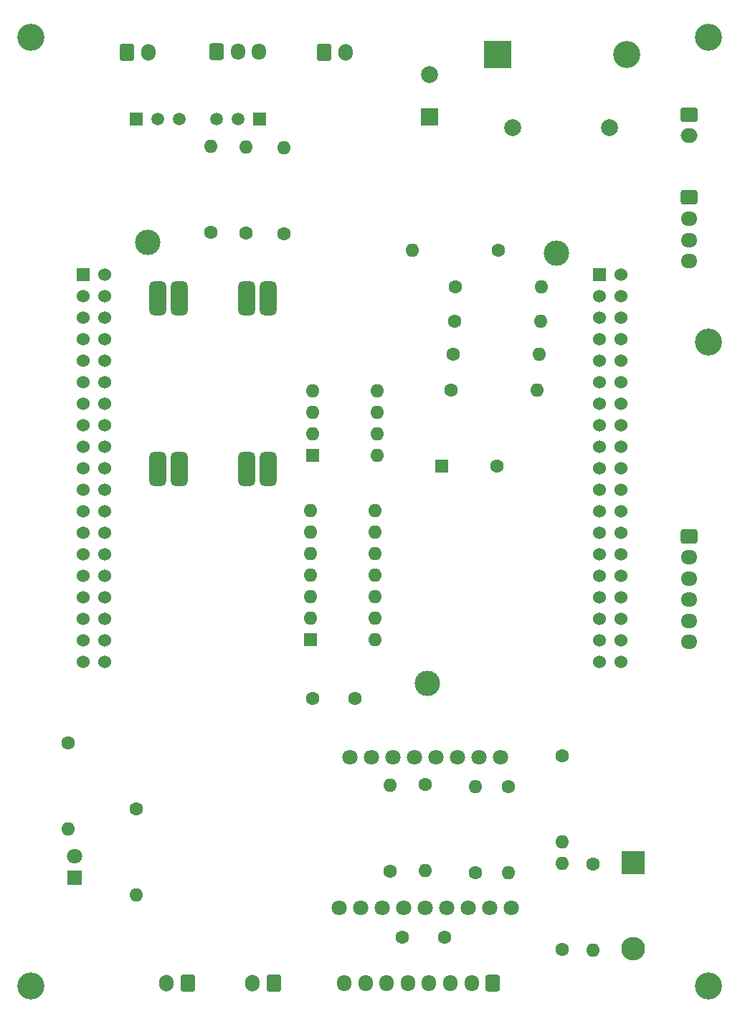
<source format=gbr>
%TF.GenerationSoftware,KiCad,Pcbnew,(7.0.0-0)*%
%TF.CreationDate,2023-07-19T10:46:03+09:00*%
%TF.ProjectId,Spct,53706374-2e6b-4696-9361-645f70636258,rev?*%
%TF.SameCoordinates,PX2540608PY1ee3f58*%
%TF.FileFunction,Soldermask,Bot*%
%TF.FilePolarity,Negative*%
%FSLAX46Y46*%
G04 Gerber Fmt 4.6, Leading zero omitted, Abs format (unit mm)*
G04 Created by KiCad (PCBNEW (7.0.0-0)) date 2023-07-19 10:46:03*
%MOMM*%
%LPD*%
G01*
G04 APERTURE LIST*
G04 Aperture macros list*
%AMRoundRect*
0 Rectangle with rounded corners*
0 $1 Rounding radius*
0 $2 $3 $4 $5 $6 $7 $8 $9 X,Y pos of 4 corners*
0 Add a 4 corners polygon primitive as box body*
4,1,4,$2,$3,$4,$5,$6,$7,$8,$9,$2,$3,0*
0 Add four circle primitives for the rounded corners*
1,1,$1+$1,$2,$3*
1,1,$1+$1,$4,$5*
1,1,$1+$1,$6,$7*
1,1,$1+$1,$8,$9*
0 Add four rect primitives between the rounded corners*
20,1,$1+$1,$2,$3,$4,$5,0*
20,1,$1+$1,$4,$5,$6,$7,0*
20,1,$1+$1,$6,$7,$8,$9,0*
20,1,$1+$1,$8,$9,$2,$3,0*%
G04 Aperture macros list end*
%ADD10RoundRect,0.500000X0.500000X-1.500000X0.500000X1.500000X-0.500000X1.500000X-0.500000X-1.500000X0*%
%ADD11C,1.600000*%
%ADD12O,1.600000X1.600000*%
%ADD13C,3.200000*%
%ADD14C,3.000000*%
%ADD15R,1.530000X1.530000*%
%ADD16C,1.530000*%
%ADD17R,1.600000X1.600000*%
%ADD18R,2.800000X2.800000*%
%ADD19O,2.800000X2.800000*%
%ADD20R,1.800000X1.800000*%
%ADD21C,1.800000*%
%ADD22RoundRect,0.250000X-0.725000X0.600000X-0.725000X-0.600000X0.725000X-0.600000X0.725000X0.600000X0*%
%ADD23O,1.950000X1.700000*%
%ADD24RoundRect,0.250000X-0.750000X0.600000X-0.750000X-0.600000X0.750000X-0.600000X0.750000X0.600000X0*%
%ADD25O,2.000000X1.700000*%
%ADD26RoundRect,0.250000X0.600000X0.725000X-0.600000X0.725000X-0.600000X-0.725000X0.600000X-0.725000X0*%
%ADD27O,1.700000X1.950000*%
%ADD28C,2.000000*%
%ADD29RoundRect,0.250000X0.600000X0.750000X-0.600000X0.750000X-0.600000X-0.750000X0.600000X-0.750000X0*%
%ADD30O,1.700000X2.000000*%
%ADD31RoundRect,0.250000X-0.600000X-0.750000X0.600000X-0.750000X0.600000X0.750000X-0.600000X0.750000X0*%
%ADD32R,3.200000X3.200000*%
%ADD33O,3.200000X3.200000*%
%ADD34R,1.500000X1.500000*%
%ADD35C,1.500000*%
%ADD36R,2.000000X2.000000*%
%ADD37RoundRect,0.250000X-0.600000X-0.725000X0.600000X-0.725000X0.600000X0.725000X-0.600000X0.725000X0*%
G04 APERTURE END LIST*
D10*
%TO.C,U5*%
X18915000Y-54988500D03*
X21455000Y-54988500D03*
X29455000Y-54988500D03*
X31995000Y-54988500D03*
X31995000Y-34788500D03*
X29455000Y-34788500D03*
X21455000Y-34788500D03*
X18915000Y-34788500D03*
%TD*%
D11*
%TO.C,R1*%
X59182000Y-29083000D03*
D12*
X49021999Y-29082999D03*
%TD*%
D11*
%TO.C,R7*%
X46389000Y-102439000D03*
D12*
X46388999Y-92278999D03*
%TD*%
D11*
%TO.C,R11*%
X16367000Y-95096000D03*
D12*
X16366999Y-105255999D03*
%TD*%
D11*
%TO.C,R6*%
X50489000Y-92229000D03*
D12*
X50488999Y-102388999D03*
%TD*%
D13*
%TO.C,REF\u002A\u002A*%
X4000000Y-4000000D03*
%TD*%
D11*
%TO.C,R12*%
X54102000Y-33401000D03*
D12*
X64261999Y-33400999D03*
%TD*%
D11*
%TO.C,R4*%
X66689000Y-111689000D03*
D12*
X66688999Y-101528999D03*
%TD*%
D11*
%TO.C,R16*%
X53848000Y-41402000D03*
D12*
X64007999Y-41401999D03*
%TD*%
D14*
%TO.C,U1*%
X17784200Y-28188000D03*
X50804200Y-80258000D03*
X66044200Y-29458000D03*
D15*
X10164199Y-31997999D03*
D16*
X12704200Y-31998000D03*
X10164200Y-34538000D03*
X12704200Y-34538000D03*
X10164200Y-37078000D03*
X12704200Y-37078000D03*
X10164200Y-39618000D03*
X12704200Y-39618000D03*
X10164200Y-42158000D03*
X12704200Y-42158000D03*
X10164200Y-44698000D03*
X12704200Y-44698000D03*
X10164200Y-47238000D03*
X12704200Y-47238000D03*
X10164200Y-49778000D03*
X12704200Y-49778000D03*
X10164200Y-52318000D03*
X12704200Y-52318000D03*
X10164200Y-54858000D03*
X12704200Y-54858000D03*
X10164200Y-57398000D03*
X12704200Y-57398000D03*
X10164200Y-59938000D03*
X12704200Y-59938000D03*
X10164200Y-62478000D03*
X12704200Y-62478000D03*
X10164200Y-65018000D03*
X12704200Y-65018000D03*
X10164200Y-67558000D03*
X12704200Y-67558000D03*
X10164200Y-70098000D03*
X12704200Y-70098000D03*
X10164200Y-72638000D03*
X12704200Y-72638000D03*
X10164200Y-75178000D03*
X12704200Y-75178000D03*
X10164200Y-77718000D03*
X12704200Y-77718000D03*
D15*
X71124199Y-31997999D03*
D16*
X73664200Y-31998000D03*
X71124200Y-34538000D03*
X73664200Y-34538000D03*
X71124200Y-37078000D03*
X73664200Y-37078000D03*
X71124200Y-39618000D03*
X73664200Y-39618000D03*
X71124200Y-42158000D03*
X73664200Y-42158000D03*
X71124200Y-44698000D03*
X73664200Y-44698000D03*
X71124200Y-47238000D03*
X73664200Y-47238000D03*
X71124200Y-49778000D03*
X73664200Y-49778000D03*
X71124200Y-52318000D03*
X73664200Y-52318000D03*
X71124200Y-54858000D03*
X73664200Y-54858000D03*
X71124200Y-57398000D03*
X73664200Y-57398000D03*
X71124200Y-59938000D03*
X73664200Y-59938000D03*
X71124200Y-62478000D03*
X73664200Y-62478000D03*
X71124200Y-65018000D03*
X73664200Y-65018000D03*
X71124200Y-67558000D03*
X73664200Y-67558000D03*
X71124200Y-70098000D03*
X73664200Y-70098000D03*
X71124200Y-72638000D03*
X73664200Y-72638000D03*
X71124200Y-75178000D03*
X73664200Y-75178000D03*
X71124200Y-77718000D03*
X73664200Y-77718000D03*
%TD*%
D11*
%TO.C,R3*%
X70342000Y-101573000D03*
D12*
X70341999Y-111732999D03*
%TD*%
D11*
%TO.C,R2*%
X66689000Y-88809000D03*
D12*
X66688999Y-98968999D03*
%TD*%
D13*
%TO.C,REF\u002A\u002A*%
X84000000Y-116000000D03*
%TD*%
D17*
%TO.C,BZ1*%
X52502999Y-54609999D03*
D11*
X59003000Y-54610000D03*
%TD*%
D18*
%TO.C,D3*%
X75040999Y-101445999D03*
D19*
X75040999Y-111605999D03*
%TD*%
D20*
%TO.C,D4*%
X9138999Y-103183999D03*
D21*
X9139000Y-100644000D03*
%TD*%
D13*
%TO.C,REF\u002A\u002A*%
X4000000Y-116000000D03*
%TD*%
D11*
%TO.C,R17*%
X53975000Y-37465000D03*
D12*
X64134999Y-37464999D03*
%TD*%
D11*
%TO.C,R9*%
X60309000Y-92429000D03*
D12*
X60308999Y-102588999D03*
%TD*%
D11*
%TO.C,R18*%
X53594000Y-45593000D03*
D12*
X63753999Y-45592999D03*
%TD*%
D11*
%TO.C,R5*%
X8389000Y-87279000D03*
D12*
X8388999Y-97438999D03*
%TD*%
D13*
%TO.C,REF\u002A\u002A*%
X84000000Y-4000000D03*
%TD*%
D11*
%TO.C,R10*%
X56489000Y-102639000D03*
D12*
X56488999Y-92478999D03*
%TD*%
D13*
%TO.C,REF\u002A\u002A*%
X84000000Y-40000000D03*
%TD*%
D21*
%TO.C,U3*%
X60690000Y-106780000D03*
X58150000Y-106780000D03*
X55610000Y-106780000D03*
X53070000Y-106780000D03*
X50530000Y-106780000D03*
X47990000Y-106780000D03*
X45450000Y-106780000D03*
X42910000Y-106780000D03*
X40370000Y-106780000D03*
X41640000Y-89000000D03*
X44180000Y-89000000D03*
X46720000Y-89000000D03*
X49260000Y-89000000D03*
X51800000Y-89000000D03*
X54340000Y-89000000D03*
X56880000Y-89000000D03*
X59420000Y-89000000D03*
%TD*%
D22*
%TO.C,J5*%
X81700000Y-22900000D03*
D23*
X81699999Y-25399999D03*
X81699999Y-27899999D03*
X81699999Y-30399999D03*
%TD*%
D24*
%TO.C,J1*%
X81700000Y-13081000D03*
D25*
X81699999Y-15580999D03*
%TD*%
D26*
%TO.C,J3*%
X58491000Y-115624000D03*
D27*
X55990999Y-115623999D03*
X53490999Y-115623999D03*
X50990999Y-115623999D03*
X48490999Y-115623999D03*
X45990999Y-115623999D03*
X43490999Y-115623999D03*
X40990999Y-115623999D03*
%TD*%
D11*
%TO.C,R13*%
X29389000Y-27089000D03*
D12*
X29388999Y-16928999D03*
%TD*%
D28*
%TO.C,F1*%
X60848000Y-14605000D03*
X72248000Y-14605000D03*
%TD*%
D29*
%TO.C,J8*%
X22463000Y-115624000D03*
D30*
X19962999Y-115623999D03*
%TD*%
D31*
%TO.C,J6*%
X38628000Y-5761000D03*
D30*
X41127999Y-5760999D03*
%TD*%
D32*
%TO.C,D2*%
X59079999Y-5999999D03*
D33*
X74319999Y-5999999D03*
%TD*%
D11*
%TO.C,R14*%
X25239000Y-26989000D03*
D12*
X25238999Y-16828999D03*
%TD*%
D11*
%TO.C,R8*%
X33839000Y-27139000D03*
D12*
X33838999Y-16978999D03*
%TD*%
D17*
%TO.C,U4*%
X37275999Y-53298599D03*
D12*
X37275999Y-50758599D03*
X37275999Y-48218599D03*
X37275999Y-45678599D03*
X44895999Y-45678599D03*
X44895999Y-48218599D03*
X44895999Y-50758599D03*
X44895999Y-53298599D03*
%TD*%
D34*
%TO.C,Q3*%
X30987999Y-13588999D03*
D35*
X28448000Y-13589000D03*
X25908000Y-13589000D03*
%TD*%
D29*
%TO.C,J9*%
X32643000Y-115624000D03*
D30*
X30142999Y-115623999D03*
%TD*%
D22*
%TO.C,J7*%
X81700000Y-62865000D03*
D23*
X81699999Y-65364999D03*
X81699999Y-67864999D03*
X81699999Y-70364999D03*
X81699999Y-72864999D03*
X81699999Y-75364999D03*
%TD*%
D36*
%TO.C,C1*%
X51053999Y-13416676D03*
D28*
X51054000Y-8416677D03*
%TD*%
D31*
%TO.C,J4*%
X15347000Y-5761000D03*
D30*
X17846999Y-5760999D03*
%TD*%
D11*
%TO.C,C3*%
X37231000Y-82042000D03*
X42231000Y-82042000D03*
%TD*%
%TO.C,C2*%
X47789000Y-110259000D03*
X52789000Y-110259000D03*
%TD*%
D34*
%TO.C,Q2*%
X16382999Y-13588999D03*
D35*
X18923000Y-13589000D03*
X21463000Y-13589000D03*
%TD*%
D17*
%TO.C,U2*%
X37000799Y-75106799D03*
D12*
X37000799Y-72566799D03*
X37000799Y-70026799D03*
X37000799Y-67486799D03*
X37000799Y-64946799D03*
X37000799Y-62406799D03*
X37000799Y-59866799D03*
X44620799Y-59866799D03*
X44620799Y-62406799D03*
X44620799Y-64946799D03*
X44620799Y-67486799D03*
X44620799Y-70026799D03*
X44620799Y-72566799D03*
X44620799Y-75106799D03*
%TD*%
D37*
%TO.C,J2*%
X25888000Y-5680000D03*
D27*
X28387999Y-5679999D03*
X30887999Y-5679999D03*
%TD*%
M02*

</source>
